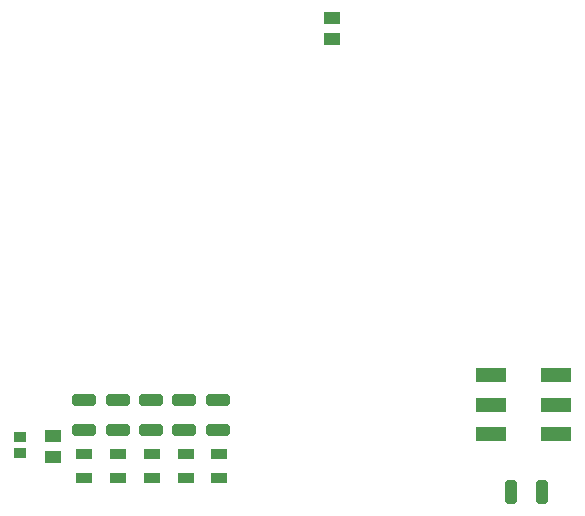
<source format=gtp>
G04*
G04 #@! TF.GenerationSoftware,Altium Limited,Altium Designer,22.5.1 (42)*
G04*
G04 Layer_Color=8421504*
%FSLAX44Y44*%
%MOMM*%
G71*
G04*
G04 #@! TF.SameCoordinates,8C462A5C-675D-4BC4-B2B0-4FF287324B2F*
G04*
G04*
G04 #@! TF.FilePolarity,Positive*
G04*
G01*
G75*
G04:AMPARAMS|DCode=16|XSize=1mm|YSize=2mm|CornerRadius=0.25mm|HoleSize=0mm|Usage=FLASHONLY|Rotation=270.000|XOffset=0mm|YOffset=0mm|HoleType=Round|Shape=RoundedRectangle|*
%AMROUNDEDRECTD16*
21,1,1.0000,1.5000,0,0,270.0*
21,1,0.5000,2.0000,0,0,270.0*
1,1,0.5000,-0.7500,-0.2500*
1,1,0.5000,-0.7500,0.2500*
1,1,0.5000,0.7500,0.2500*
1,1,0.5000,0.7500,-0.2500*
%
%ADD16ROUNDEDRECTD16*%
%ADD17R,1.4500X0.9500*%
%ADD18R,1.4000X1.0000*%
%ADD19R,1.0000X0.9000*%
%ADD20R,2.5000X1.2000*%
G04:AMPARAMS|DCode=21|XSize=1mm|YSize=2mm|CornerRadius=0.25mm|HoleSize=0mm|Usage=FLASHONLY|Rotation=180.000|XOffset=0mm|YOffset=0mm|HoleType=Round|Shape=RoundedRectangle|*
%AMROUNDEDRECTD21*
21,1,1.0000,1.5000,0,0,180.0*
21,1,0.5000,2.0000,0,0,180.0*
1,1,0.5000,-0.2500,0.7500*
1,1,0.5000,0.2500,0.7500*
1,1,0.5000,0.2500,-0.7500*
1,1,0.5000,-0.2500,-0.7500*
%
%ADD21ROUNDEDRECTD21*%
D16*
X896620Y528140D02*
D03*
X896605Y554020D02*
D03*
X868366Y528140D02*
D03*
X868351Y554020D02*
D03*
X840112Y528140D02*
D03*
X840098Y554020D02*
D03*
X811859Y528140D02*
D03*
X811844Y554020D02*
D03*
X783590D02*
D03*
X783605Y528140D02*
D03*
D17*
X897890Y487680D02*
D03*
Y507680D02*
D03*
X869315D02*
D03*
Y487680D02*
D03*
X840740Y507680D02*
D03*
Y487680D02*
D03*
X812165Y507680D02*
D03*
Y487680D02*
D03*
X783590Y507680D02*
D03*
Y487680D02*
D03*
D18*
X757000Y522850D02*
D03*
Y505850D02*
D03*
X993140Y859790D02*
D03*
Y876790D02*
D03*
D19*
X728980Y522120D02*
D03*
Y509120D02*
D03*
D20*
X1128200Y574910D02*
D03*
Y549910D02*
D03*
Y524910D02*
D03*
X1183200D02*
D03*
Y549910D02*
D03*
Y574910D02*
D03*
D21*
X1145240Y476250D02*
D03*
X1171120Y476265D02*
D03*
M02*

</source>
